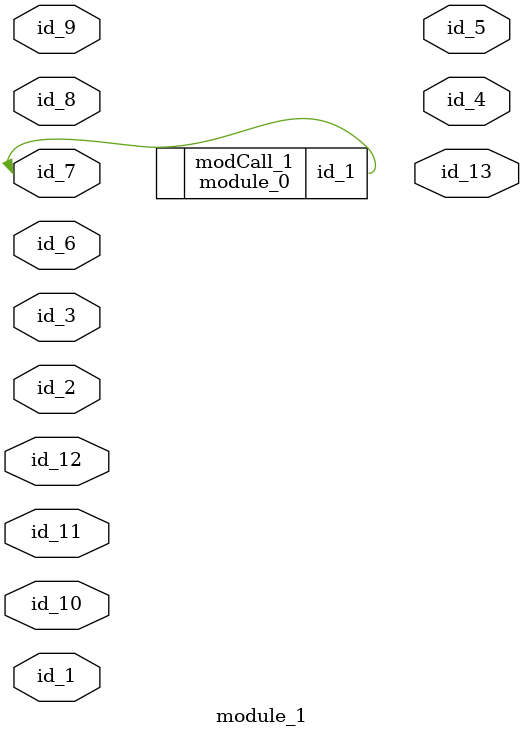
<source format=v>
module module_0 (
    id_1
);
  output wire id_1;
  wire id_3, id_4;
endmodule
module module_1 (
    id_1,
    id_2,
    id_3,
    id_4,
    id_5,
    id_6,
    id_7,
    id_8,
    id_9,
    id_10,
    id_11,
    id_12,
    id_13
);
  output wire id_13;
  input wire id_12;
  input wire id_11;
  inout wire id_10;
  inout wire id_9;
  input wire id_8;
  inout wire id_7;
  inout wire id_6;
  output wire id_5;
  output wire id_4;
  inout wire id_3;
  inout wire id_2;
  input wire id_1;
  module_0 modCall_1 (id_7);
endmodule

</source>
